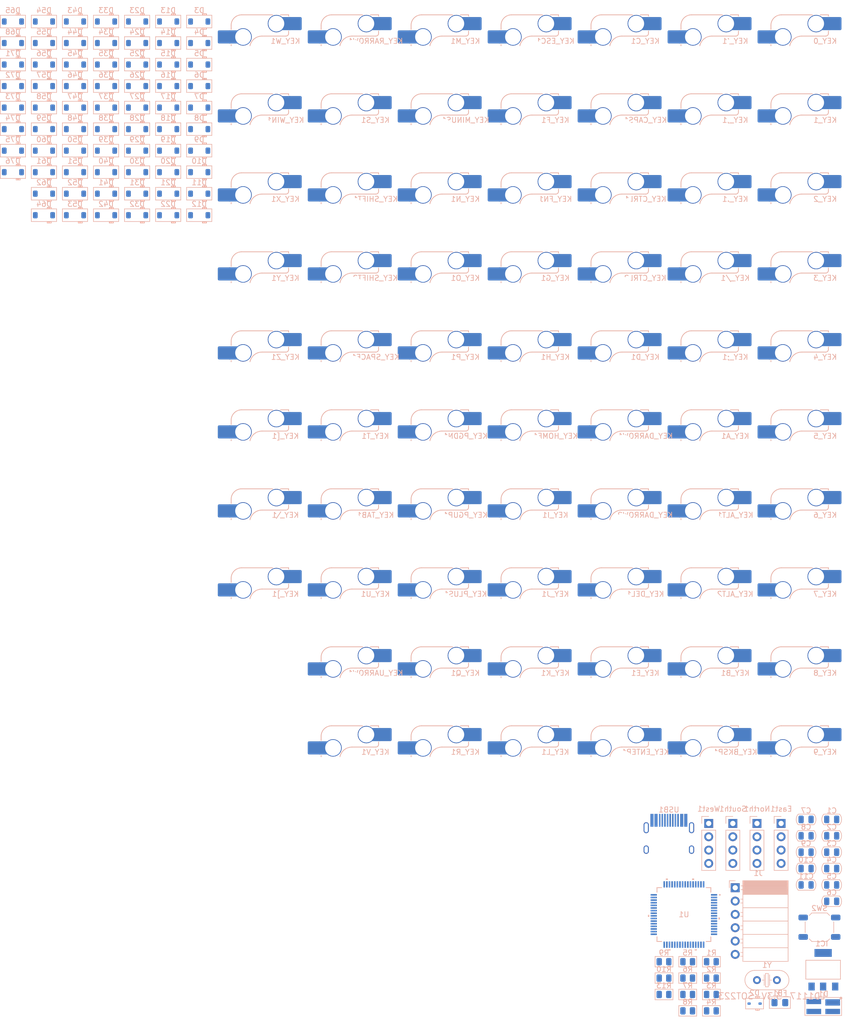
<source format=kicad_pcb>
(kicad_pcb (version 20241229) (generator "pcbnew") (generator_version "9.0")
  (layers (0 "F.Cu" signal) (4 "In1.Cu" signal) (6 "In2.Cu" signal) (2 "B.Cu" signal) (13 "F.Paste" user) (15 "B.Paste" user) (5 "F.SilkS" user "F.Silkscreen") (7 "B.SilkS" user "B.Silkscreen") (1 "F.Mask" user) (3 "B.Mask" user) (25 "Edge.Cuts" user))
  (net 0 "")
  (net 1 "GND")
  (net 2 "+3.3V")
  (net 3 "+5V")
  (net 4 "Net-(D3-A)")
  (net 5 "Net-(D4-A)")
  (net 6 "Net-(D5-A)")
  (net 7 "Net-(D6-A)")
  (net 8 "Net-(D7-A)")
  (net 9 "Net-(D8-A)")
  (net 10 "Net-(D9-A)")
  (net 11 "Net-(D10-A)")
  (net 12 "Net-(D11-A)")
  (net 13 "Net-(D12-A)")
  (net 14 "Net-(D13-A)")
  (net 15 "Net-(D14-A)")
  (net 16 "Net-(D15-A)")
  (net 17 "Net-(D16-A)")
  (net 18 "Net-(D17-A)")
  (net 19 "Net-(D18-A)")
  (net 20 "Net-(D19-A)")
  (net 21 "Net-(D20-A)")
  (net 22 "Net-(D21-A)")
  (net 23 "Net-(D22-A)")
  (net 24 "Net-(D23-A)")
  (net 25 "Net-(D29-A)")
  (net 26 "Net-(D30-A)")
  (net 27 "Net-(D31-A)")
  (net 28 "Net-(D32-A)")
  (net 29 "Net-(D33-A)")
  (net 30 "Net-(D24-A)")
  (net 31 "Net-(D25-A)")
  (net 32 "Net-(D26-A)")
  (net 33 "Net-(D27-A)")
  (net 34 "Net-(D28-A)")
  (net 35 "Net-(D34-A)")
  (net 36 "/COL2")
  (net 37 "/COL3")
  (net 38 "/COL4")
  (net 39 "/COL5")
  (net 40 "/COL1")
  (net 41 "/ROT_TIMB")
  (net 42 "/ROT_TIMA")
  (net 43 "Net-(U1-OSCIN)")
  (net 44 "Net-(U1-OSCOUT)")
  (net 45 "Net-(U1-VCAP)")
  (net 46 "/NRST")
  (net 47 "/D+")
  (net 48 "/D-")
  (net 49 "/ROW1")
  (net 50 "/ROW2")
  (net 51 "/ROW3")
  (net 52 "/ROW4")
  (net 53 "/ROW5")
  (net 54 "Net-(D35-A)")
  (net 55 "/ROT_SW")
  (net 56 "/UART_TX_EAST")
  (net 57 "/UART_RX_EAST")
  (net 58 "Net-(U1-VDDA)")
  (net 59 "/RGB_DATAIN")
  (net 60 "Net-(D36-A)")
  (net 61 "Net-(D37-A)")
  (net 62 "Net-(D38-A)")
  (net 63 "Net-(D39-A)")
  (net 64 "Net-(D40-A)")
  (net 65 "Net-(D41-A)")
  (net 66 "Net-(D42-A)")
  (net 67 "Net-(D43-A)")
  (net 68 "Net-(D44-A)")
  (net 69 "Net-(D45-A)")
  (net 70 "Net-(D46-A)")
  (net 71 "Net-(D47-A)")
  (net 72 "Net-(D48-A)")
  (net 73 "Net-(D50-A)")
  (net 74 "Net-(D51-A)")
  (net 75 "Net-(D52-A)")
  (net 76 "Net-(D53-A)")
  (net 77 "Net-(D54-A)")
  (net 78 "Net-(D55-A)")
  (net 79 "Net-(D56-A)")
  (net 80 "Net-(D57-A)")
  (net 81 "Net-(D58-A)")
  (net 82 "/UART_TX_NORTH")
  (net 83 "/UART_RX_NORTH")
  (net 84 "Net-(USB1-CC2)")
  (net 85 "Net-(USB1-CC1)")
  (net 86 "Net-(U1-PA11)")
  (net 87 "Net-(U1-PA12)")
  (net 88 "Net-(U1-BOOT)")
  (net 89 "/JTCLK")
  (net 90 "Net-(J1-Pin_2)")
  (net 91 "/JTMS")
  (net 92 "Net-(J1-Pin_4)")
  (net 93 "Net-(J1-Pin_5)")
  (net 94 "Net-(J1-Pin_6)")
  (net 95 "/SWO")
  (net 96 "/UART_TX_SOUTH")
  (net 97 "/UART_RX_SOUTH")
  (net 99 "AGND")
  (net 100 "Net-(D59-A)")
  (net 101 "/UART_TX_WEST")
  (net 104 "Net-(D60-A)")
  (net 105 "Net-(D61-A)")
  (net 106 "Net-(D62-A)")
  (net 109 "Net-(D64-A)")
  (net 111 "Net-(D65-A)")
  (net 112 "Net-(D68-A)")
  (net 113 "/UART_RX_WEST")
  (net 114 "Net-(D71-A)")
  (net 115 "Net-(D72-A)")
  (net 116 "Net-(D73-A)")
  (net 119 "Net-(D2-A)")
  (net 124 "Net-(D74-A)")
  (net 125 "Net-(D75-A)")
  (net 126 "Net-(D76-A)")
  (net 127 "/COL12")
  (net 128 "/COL9")
  (net 129 "/COL10")
  (net 130 "/COL11")
  (net 131 "/COL6")
  (net 132 "/COL7")
  (net 133 "/COL8")
  (net 134 "/COL14")
  (net 135 "/COL13")
  (net 136 "/COL15")
  (footprint "PCM_Resistor_SMD_AKL:R_0805_2012Metric" (layer "B.Cu") (at -40.389 193.232 180)
    (property "Reference" "R6")
    (property "Value" "22" (hide yes))
  )
  (footprint "PCM_marbastlib-mx:SW_MX_HS_CPG151101S11_1u" (layer "B.Cu") (at -18.438824 31.517 180)
    (property "Reference" "KEY_1")
    (property "Value" "MX_SW_HS")
  )
  (footprint "PCM_marbastlib-mx:SW_MX_HS_CPG151101S11_1u" (layer "B.Cu") (at -87.038824 76.667 180)
    (property "Reference" "KEY_P1")
    (property "Value" "MX_SW_HS")
  )
  (footprint "PCM_Diode_SMD_AKL:D_SOD-123" (layer "B.Cu") (at -151.269 23.292 180)
    (property "Reference" "D36")
    (property "Value" "1N4148W" (hide yes))
  )
  (footprint "PCM_Capacitor_SMD_AKL:C_0805_2012Metric" (layer "B.Cu") (at -17.821682 166.122 180)
    (property "Reference" "C8")
    (property "Value" "10uF" (hide yes))
  )
  (footprint "PCM_marbastlib-mx:SW_MX_HS_CPG151101S11_1u" (layer "B.Cu") (at -69.888824 91.717 180)
    (property "Reference" "KEY_HOME1")
    (property "Value" "MX_SW_HS")
  )
  (footprint "PCM_Diode_SMD_AKL:D_SOD-123" (layer "B.Cu") (at -163.109 15.092 180)
    (property "Reference" "D55")
    (property "Value" "1N4148W" (hide yes))
  )
  (footprint "PCM_marbastlib-mx:SW_MX_HS_CPG151101S11_1u" (layer "B.Cu") (at -35.588824 61.617 180)
    (property "Reference" "KEY_/1")
    (property "Value" "MX_SW_HS")
  )
  (footprint "PCM_Diode_SMD_AKL:D_SOD-123" (layer "B.Cu") (at -169.029 19.192 180)
    (property "Reference" "D71")
    (property "Value" "1N4148W" (hide yes))
  )
  (footprint "PCM_marbastlib-mx:SW_MX_HS_CPG151101S11_1u" (layer "B.Cu") (at -18.438824 16.467 180)
    (property "Reference" "KEY_0")
    (property "Value" "MX_SW_HS")
  )
  (footprint "PCM_marbastlib-mx:SW_MX_HS_CPG151101S11_1u" (layer "B.Cu") (at -87.038824 16.467 180)
    (property "Reference" "KEY_M1")
    (property "Value" "MX_SW_HS")
  )
  (footprint "PCM_Diode_SMD_AKL:D_SOD-123" (layer "B.Cu") (at -151.269 31.492 180)
    (property "Reference" "D38")
    (property "Value" "1N4148W" (hide yes))
  )
  (footprint "PCM_Diode_SMD_AKL:D_SOD-123" (layer "B.Cu") (at -139.429 47.892 180)
    (property "Reference" "D22")
    (property "Value" "1N4148W" (hide yes))
  )
  (footprint "PCM_marbastlib-mx:SW_MX_HS_CPG151101S11_1u" (layer "B.Cu") (at -104.188824 151.917 180)
    (property "Reference" "KEY_V1")
    (property "Value" "MX_SW_HS")
  )
  (footprint "PCM_marbastlib-mx:SW_MX_HS_CPG151101S11_1u" (layer "B.Cu") (at -69.888824 151.917 180)
    (property "Reference" "KEY_L1")
    (property "Value" "MX_SW_HS")
  )
  (footprint "PCM_Diode_SMD_AKL:D_SOD-123" (layer "B.Cu") (at -145.349 35.592 180)
    (property "Reference" "D29")
    (property "Value" "1N4148W" (hide yes))
  )
  (footprint "PCM_marbastlib-mx:SW_MX_HS_CPG151101S11_1u" (layer "B.Cu") (at -104.188824 121.817 180)
    (property "Reference" "KEY_U1")
    (property "Value" "MX_SW_HS")
  )
  (footprint "PCM_Resistor_SMD_AKL:R_0805_2012Metric" (layer "B.Cu") (at -44.909 196.352 180)
    (property "Reference" "R13")
    (property "Value" "DNP" (hide yes))
  )
  (footprint "PCM_marbastlib-mx:SW_MX_HS_CPG151101S11_1u" (layer "B.Cu") (at -104.188824 16.467 180)
    (property "Reference" "KEY_RARROW1")
    (property "Value" "MX_SW_HS")
  )
  (footprint "PCM_Diode_SMD_AKL:D_SOD-123" (layer "B.Cu") (at -139.429 31.492 180)
    (property "Reference" "D18")
    (property "Value" "1N4148W" (hide yes))
  )
  (footprint "PCM_Diode_SMD_AKL:D_SOD-123" (layer "B.Cu") (at -133.509 10.992 180)
    (property "Reference" "D3")
    (property "Value" "1N4148W" (hide yes))
  )
  (footprint "PCM_marbastlib-mx:SW_MX_HS_CPG151101S11_1u" (layer "B.Cu") (at -52.738824 46.567 180)
    (property "Reference" "KEY_CTRL1")
    (property "Value" "MX_SW_HS")
  )
  (footprint "PCM_Diode_SMD_AKL:D_SOD-123" (layer "B.Cu") (at -145.349 10.992 180)
    (property "Reference" "D23")
    (property "Value" "1N4148W" (hide yes))
  )
  (footprint "PCM_marbastlib-mx:SW_MX_HS_CPG151101S11_1u" (layer "B.Cu") (at -104.188824 76.667 180)
    (property "Reference" "KEY_SPACE1")
    (property "Value" "MX_SW_HS")
  )
  (footprint "PCM_marbastlib-mx:SW_MX_HS_CPG151101S11_1u" (layer "B.Cu") (at -52.738824 76.667 180)
    (property "Reference" "KEY_D1")
    (property "Value" "MX_SW_HS")
  )
  (footprint "PCM_Diode_SMD_AKL:D_SOD-123" (layer "B.Cu") (at -163.109 31.492 180)
    (property "Reference" "D59")
    (property "Value" "1N4148W" (hide yes))
  )
  (footprint "PCM_Diode_SMD_AKL:D_SOD-123" (layer "B.Cu") (at -169.029 10.992 180)
    (property "Reference" "D65")
    (property "Value" "1N4148W" (hide yes))
  )
  (footprint "Connector_PinSocket_2.54mm:PinSocket_1x04_P2.54mm_Vertical" (layer "B.Cu") (at -27.184 163.767 180)
    (property "Reference" "North1")
    (property "Value" "Conn_01x04")
  )
  (footprint "PCM_Resistor_SMD_AKL:R_0805_2012Metric" (layer "B.Cu") (at -40.389 190.112 180)
    (property "Reference" "R5")
    (property "Value" "10k" (hide yes))
  )
  (footprint "PCM_Resistor_SMD_AKL:R_0805_2012Metric" (layer "B.Cu") (at -44.909 193.232 180)
    (property "Reference" "R10")
    (property "Value" "DNP" (hide yes))
  )
  (footprint "Connector_PinSocket_2.54mm:PinSocket_1x04_P2.54mm_Vertical" (layer "B.Cu") (at -36.384 163.767 180)
    (property "Reference" "West1")
    (property "Value" "Conn_01x04")
  )
  (footprint "PCM_Diode_SMD_AKL:D_SOD-123" (layer "B.Cu") (at -151.269 39.692 180)
    (property "Reference" "D40")
    (property "Value" "1N4148W" (hide yes))
  )
  (footprint "PCM_marbastlib-mx:SW_MX_HS_CPG151101S11_1u" (layer "B.Cu") (at -121.338824 46.567 180)
    (property "Reference" "KEY_X1")
    (property "Value" "MX_SW_HS")
  )
  (footprint "PCM_Diode_SMD_AKL:D_SOD-123" (layer "B.Cu") (at -145.349 23.292 180)
    (property "Reference" "D26")
    (property "Value" "1N4148W" (hide yes))
  )
  (footprint "PCM_Diode_SMD_AKL:D_SOD-123" (layer "B.Cu") (at -163.109 43.792 180)
    (property "Reference" "D62")
    (property "Value" "1N4148W" (hide yes))
  )
  (footprint "PCM_Diode_SMD_AKL:D_SOD-123" (layer "B.Cu") (at -139.429 27.392 180)
    (property "Reference" "D17")
    (property "Value" "1N4148W" (hide yes))
  )
  (footprint "PCM_marbastlib-mx:SW_MX_HS_CPG151101S11_1u" (layer "B.Cu") (at -18.438824 46.567 180)
    (property "Reference" "KEY_2")
    (property "Value" "MX_SW_HS")
  )
  (footprint "PCM_Diode_SMD_AKL:D_SOD-123" (layer "B.Cu") (at -139.429 15.092 180)
    (property "Reference" "D14")
    (property "Value" "1N4148W" (hide yes))
  )
  (footprint "PCM_marbastlib-mx:SW_MX_HS_CPG151101S11_1u" (layer "B.Cu") (at -69.888824 76.667 180)
    (property "Reference" "KEY_H1")
    (property "Value" "MX_SW_HS")
  )
  (footprint "PCM_marbastlib-mx:SW_MX_HS_CPG151101S11_1u" (layer "B.Cu") (at -18.438824 136.867 180)
    (property "Reference" "KEY_8")
    (property "Value" "MX_SW_HS")
  )
  (footprint "PCM_marbastlib-mx:SW_MX_HS_CPG151101S11_1u" (layer "B.Cu") (at -18.438824 106.767 180)
    (property "Reference" "KEY_6")
    (property "Value" "MX_SW_HS")
  )
  (footprint "PCM_Diode_SMD_AKL:D_SOD-123" (layer "B.Cu") (at -151.269 47.892 180)
    (property "Reference" "D42")
    (property "Value" "1N4148W" (hide yes))
  )
  (footprint "PCM_marbastlib-mx:SW_MX_HS_CPG151101S11_1u" (layer "B.Cu") (at -69.888824 46.567 180)
    (property "Reference" "KEY_FN1")
    (property "Value" "MX_SW_HS")
  )
  (footprint "PCM_marbastlib-mx:SW_MX_HS_CPG151101S11_1u" (layer "B.Cu") (at -69.888824 16.467 180)
    (property "Reference" "KEY_ESC1")
    (property "Value" "MX_SW_HS")
  )
  (footprint "PCM_Diode_SMD_AKL:D_SOD-123" (layer "B.Cu") (at -151.269 10.992 180)
    (property "Reference" "D33")
    (property "Value" "1N4148W" (hide yes))
  )
  (footprint "PCM_marbastlib-mx:SW_MX_HS_CPG151101S11_1u" (layer "B.Cu") (at -18.438824 61.617 180)
    (property "Reference" "KEY_3")
    (property "Value" "MX_SW_HS")
  )
  (footprint "PCM_marbastlib-mx:SW_MX_HS_CPG151101S11_1u" (layer "B.Cu") (at -35.588824 91.717 180)
    (property "Reference" "KEY_A1")
    (property "Value" "MX_SW_HS")
  )
  (footprint "PCM_marbastlib-mx:SW_MX_HS_CPG151101S11_1u" (layer "B.Cu") (at -87.038824 61.617 180)
    (property "Reference" "KEY_O1")
    (property "Value" "MX_SW_HS")
  )
  (footprint "PCM_Diode_SMD_AKL:D_SOD-123" (layer "B.Cu") (at -151.269 19.192 180)
    (property "Reference" "D35")
    (property "Value" "1N4148W" (hide yes))
  )
  (footprint "PCM_marbastlib-mx:SW_MX_HS_CPG151101S11_1u" (layer "B.Cu") (at -52.738824 91.717 180)
    (property "Reference" "KEY_DARROW1")
    (property "Value" "MX_SW_HS")
  )
  (footprint "PCM_marbastlib-mx:SW_MX_HS_CPG151101S11_1u" (layer "B.Cu") (at -87.038824 46.567 180)
    (property "Reference" "KEY_N1")
    (property "Value" "MX_SW_HS")
  )
  (footprint "PCM_Diode_SMD_AKL:D_SOD-123" (layer "B.Cu") (at -169.029 23.292 180)
    (property "Reference" "D72")
    (property "Value" "1N4148W" (hide yes))
  )
  (footprint "PCM_Diode_SMD_AKL:D_SOD-123" (layer "B.Cu") (at -133.509 47.892 180)
    (property "Reference" "D12")
    (property "Value" "1N4148W" (hide yes))
  )
  (footprint "PCM_Diode_SMD_AKL:D_SOD-123" (layer "B.Cu") (at -157.189 15.092 180)
    (property "Reference" "D44")
    (property "Value" "1N4148W" (hide yes))
  )
  (footprint "PCM_Diode_SMD_AKL:D_SOD-123" (layer "B.Cu") (at -133.509 15.092 180)
    (property "Reference" "D4")
    (property "Value" "1N4148W" (hide yes))
  )
  (footprint "PCM_marbastlib-mx:SW_MX_HS_CPG151101S11_1u" (layer "B.Cu") (at -52.738824 121.817 180)
    (property "Reference" "KEY_DEL1")
    (property "Value" "MX_SW_HS")
  )
  (footprint "PCM_Resistor_SMD_AKL:R_0805_2012Metric" (layer "B.Cu") (at -35.869 196.352 180)
    (property "Reference" "R3")
    (property "Value" "22" (hide yes))
  )
  (footprint "PCM_marbastlib-mx:SW_MX_HS_CPG151101S11_1u" (layer "B.Cu") (at -104.188824 91.717 180)
    (property "Reference" "KEY_T1")
    (property "Value" "MX_SW_HS")
  )
  (footprint "PCM_marbastlib-mx:SW_MX_HS_CPG151101S11_1u" (layer "B.Cu") (at -18.438824 76.667 180)
    (property "Reference" "KEY_4")
    (property "Value" "MX_SW_HS")
  )
  (footprint "PCM_Diode_SMD_AKL:D_SOD-123" (layer "B.Cu") (at -151.269 35.592 180)
    (property "Reference" "D39")
    (property "Value" "1N4148W" (hide yes))
  )
  (footprint "PCM_Capacitor_SMD_AKL:C_0805_2012Metric" (layer "B.Cu") (at -12.939894 178.602 180)
    (property "Reference" "C6")
    (property "Value" "100nF" (hide yes))
  )
  (footprint "PCM_Resistor_SMD_AKL:R_0805_2012Metric" (layer "B.Cu") (at -40.389 196.352 180)
    (property "Reference" "R7")
    (property "Value" "22" (hide yes))
  )
  (footprint "PCM_Capacitor_SMD_AKL:C_0805_2012Metric" (layer "B.Cu") (at -12.939894 166.122 180)
    (property "Reference" "C2")
    (property "Value" "20pF" (hide yes))
  )
  (footprint "PCM_Diode_SMD_AKL:D_SOD-123" (layer "B.Cu") (at -139.429 35.592 180)
    (property "Reference" "D19")
    (property "Value" "1N4148W" (hide yes))
  )
  (footprint "PCM_Capacitor_SMD_AKL:C_0805_2012Metric" (layer "B.Cu") (at -17.821682 169.242 180)
    (property "Reference" "C9")
    (property "Value" "4.7uF" (hide yes))
  )
  (footprint "PCM_Diode_SMD_AKL:D_SOD-123" (layer "B.Cu") (at -157.189 31.492 180)
    (property "Reference" "D48")
    (property "Value" "1N4148W" (hide yes))
  )
  (footprint "PCM_Diode_SMD_AKL:D_SOD-123" (layer "B.Cu") (at -145.349 27.392 180)
    (property "Reference" "D27")
    (property "Value" "1N4148W" (hide yes))
  )
  (footprint "PCM_marbastlib-mx:SW_MX_HS_CPG151101S11_1u" (layer "B.Cu") (at -87.038824 136.867 180)
    (property "Reference" "KEY_Q1")
    (property "Value" "MX_SW_HS")
  )
  (footprint "PCM_marbastlib-mx:SW_MX_HS_CPG151101S11_1u" (layer "B.Cu") (at -104.188824 136.867 180)
    (property "Reference" "KEY_UARROW1")
    (property "Value" "MX_SW_HS")
  )
  (footprint "PCM_Diode_SMD_AKL:D_SOD-123" (layer "B.Cu") (at -151.269 43.792 180)
    (property "Reference" "D41")
    (property "Value" "1N4148W" (hide yes))
  )
  (footprint "PCM_Diode_SMD_AKL:D_SOD-123" (layer "B.Cu") (at -133.509 35.592 180)
    (property "Reference" "D9")
    (property "Value" "1N4148W" (hide yes))
  )
  (footprint "PCM_Diode_SMD_AKL:D_SOD-123" (layer "B.Cu") (at -133.509 19.192 180)
    (property "Reference" "D5")
    (property "Value" "1N4148W" (hide yes))
  )
  (footprint "PCM_Diode_SMD_AKL:D_SOD-123" (layer "B.Cu") (at -133.509 43.792 180)
    (property "Reference" "D11")
    (property "Value" "1N4148W" (hide yes))
  )
  (footprint "PCM_Diode_SMD_AKL:D_SOD-123" (layer "B.Cu") (at -163.109 35.592 180)
    (property "Reference" "D60")
    (property "Value" "1N4148W" (hide yes))
  )
  (footprint "PCM_Capacitor_SMD_AKL:C_0805_2012Metric" (layer "B.Cu") (at -12.939894 172.362 180)
    (property "Reference" "C4")
    (property "Value" "100nF" (hide yes))
  )
  (footprint "PCM_Diode_SMD_AKL:D_SOD-123" (layer "B.Cu") (at -163.109 10.992 180)
    (property "Reference" "D54")
    (property "Value" "1N4148W" (hide yes))
  )
  (footprint "Type-C.pretty-master:HRO-TYPE-C-31-M-12-HandSoldering" (layer "B.Cu") (at -43.979 171.362 180)
    (property "Reference" "USB1")
    (property "Value" "HRO-TYPE-C-31-M-12")
  )
  (footprint "PCM_Diode_SMD_AKL:D_SOD-123" (layer "B.Cu") (at -133.509 23.292 180)
    (property "Reference" "D6")
    (property "Value" "1N4148W" (hide yes))
  )
  (footprint "PCM_marbastlib-mx:SW_MX_HS_CPG151101S11_1u" (layer "B.Cu") (at -35.588824 106.767 180)
    (property "Reference" "KEY_ALT1")
    (property "Value" "MX_SW_HS")
  )
  (footprint "PCM_marbastlib-mx:SW_MX_HS_CPG151101S11_1u" (layer "B.Cu") (at -87.038824 151.917 180)
    (property "Reference" "KEY_R1")
    (property "Value" "MX_SW_HS")
  )
  (footprint "PCM_marbastlib-mx:SW_MX_HS_CPG151101S11_1u" (layer "B.Cu") (at -121.338824 91.717 180)
    (property "Reference" "KEY_[1")
    (property "Value" "MX_SW_HS")
  )
  (footprint "PCM_Diode_SMD_AKL:D_SOD-123" (layer "B.Cu") (at -169.029 35.592 180)
    (property "Reference" "D75")
    (property "Value" "1N4148W" (hide yes))
  )
  (footprint "PCM_marbastlib-mx:SW_MX_HS_CPG151101S11_1u" (layer "B.Cu") (at -69.888824 136.867 180)
    (property "Reference" "KEY_K1")
    (property "Value" "MX_SW_HS")
  )
  (footprint "PCM_marbastlib-mx:SW_MX_HS_CPG151101S11_1u" (layer "B.Cu") (at -104.188824 46.567 180)
    (property "Reference" "KEY_SHIFT1")
    (property "Value" "MX_SW_HS")
  )
  (footprint "PCM_marbastlib-various:SW_SPST_SKQG_WithStem" (layer "B.Cu") (at -15.274 183.537 180)
    (property "Reference" "SW2")
    (property "Value" "Push_Button")
  )
  (footprint "PCM_Diode_SMD_AKL:D_SOD-123" (layer "B.Cu") (at -163.109 27.392 180)
    (property "Reference" "D58")
    (property "Value" "1N4148W" (hide yes))
  )
  (footprint "PCM_Diode_SMD_AKL:D_SOD-123" (layer "B.Cu") (at -139.429 39.692 180)
    (property "Reference" "D20")
    (property "Value" "1N4148W" (hide yes))
  )
  (footprint "PCM_Diode_SMD_AKL:D_SOD-123" (layer "B.Cu") (at -139.429 19.192 180)
    (property "Reference" "D15")
    (property "Value" "1N4148W" (hide yes))
  )
  (footprint "PCM_marbastlib-mx:SW_MX_HS_CPG151101S11_1u" (layer "B.Cu") (at -104.188824 106.767 180)
    (property "Reference" "KEY_TAB1")
    (property "Value" "MX_SW_HS")
  )
  (footprint "PCM_Diode_SMD_AKL:D_SOD-323" (layer "B.Cu") (at -27.639 198.092 180)
    (property "Reference" "D2")
    (property "Value" "BAT60JFILM" (hide yes))
  )
  (footprint "PCM_Diode_SMD_AKL:D_SOD-123" (layer "B.Cu") (at -157.189 43.792 180)
    (property "Reference" "D52")
    (property "Value" "1N4148W" (hide yes))
  )
  (footprint "PCM_marbastlib-mx:SW_MX_HS_CPG151101S11_1u" (layer "B.Cu") (at -52.738824 136.867 180)
    (property "Reference" "KEY_E1")
    (property "Value" "MX_SW_HS")
  )
  (footprint "PCM_marbastlib-mx:SW_MX_HS_CPG151101S11_1u" (layer "B.Cu") (at -121.338824 31.517 180)
    (property "Reference" "KEY_WIN1")
    (property "Value" "MX_SW_HS")
  )
  (footprint "PCM_Diode_SMD_AKL:D_SOD-123" (layer "B.Cu") (at -157.189 47.892 180)
    (property "Reference" "D53")
    (property "Value" "1N4148W" (hide yes))
  )
  (footprint "PCM_marbastlib-mx:SW_MX_HS_CPG151101S11_1u" (layer "B.Cu") (at -35.588824 136.867 180)
    (property "Reference" "KEY_B1")
    (property "Value" "MX_SW_HS")
  )
  (footprint "PCM_Resistor_SMD_AKL:R_0805_2012Metric" (layer "B.Cu") (at -35.869 193.232 180)
    (property "Reference" "R2")
    (property "Value" "5.1k" (hide yes))
  )
  (footprint "PCM_marbastlib-mx:SW_MX_HS_CPG151101S11_1u" (layer "B.Cu") (at -52.738824 61.617 180)
    (property "Reference" "KEY_CTRL2")
    (property "Value" "MX_SW_HS")
  )
  (footprint "PCM_marbastlib-mx:SW_MX_HS_CPG151101S11_1u" (layer "B.Cu") (at -69.888824 61.617 180)
    (property "Reference" "KEY_G1")
    (property "Value" "MX_SW_HS")
  )
  (footprint "PCM_Capacitor_SMD_AKL:C_0805_2012Metric" (layer "B.Cu") (at -17.821682 172.362 180)
    (property "Reference" "C10")
    (property "Value" "1uF" (hide yes))
  )
  (footprint "PCM_marbastlib-mx:SW_MX_HS_CPG151101S11_1u" (layer "B.Cu") (at -104.188824 31.517 180)
    (property "Reference" "KEY_S1")
    (property "Value" "MX_SW_HS")
  )
  (footprint "PCM_Diode_SMD_AKL:D_SOD-123" (layer "B.Cu") (at -139.429 23.292 180)
    (property "Reference" "D16")
    (property "Value" "1N4148W" (hide yes))
  )
  (footprint "PCM_marbastlib-mx:SW_MX_HS_CPG151101S11_1u" (layer "B.Cu") (at -87.038824 91.717 180)
    (property "Reference" "KEY_PGDN1")
    (property "Value" "MX_SW_HS")
  )
  (footprint "PCM_Capacitor_SMD_AKL:C_0805_2012Metric" (layer "B.Cu") (at -17.821682 175.482 180)
    (property "Reference" "C11")
    (property "Value" "0.1uF" (hide yes))
  )
  (footprint "PCM_Diode_SMD_AKL:D_SOD-123" (layer "B.Cu") (at -157.189 19.192 180)
    (property "Reference" "D45")
    (property "Value" "1N4148W" (hide yes))
  )
  (footprint "PCM_marbastlib-mx:SW_MX_HS_CPG151101S11_1u" (layer "B.Cu") (at -52.738824 31.517 180)
    (property "Reference" "KEY_CAPS1")
    (property "Value" "MX_SW_HS")
  )
  (footprint "PCM_marbastlib-mx:SW_MX_HS_CPG151101S11_1u" (layer "B.Cu") (at -69.888824 31.517 180)
    (property "Reference" "KEY_F1")
    (property "Value" "MX_SW_HS")
  )
  (footprint "PCM_marbastlib-mx:SW_MX_HS_CPG151101S11_1u" (layer "B.Cu") (at -69.888824 106.767 180)
    (property "Reference" "KEY_I1")
    (property "Value" "MX_SW_HS")
  )
  (footprint "PCM_Diode_SMD_AKL:D_SOD-123" (layer "B.Cu") (at -157.189 39.692 180)
    (property "Reference" "D51")
    (property "Value" "1N4148W" (hide yes))
  )
  (footprint "PCM_Diode_SMD_AKL:D_SOD-123" (layer "B.Cu") (at -145.349 15.092 180)
    (property "Reference" "D24")
    (property "Value" "1N4148W" (hide yes))
  )
  (footprint "PCM_marbastlib-mx:SW_MX_HS_CPG151101S11_1u" (layer "B.Cu") (at -121.338824 106.767 180)
    (property "Reference" "KEY_\\1")
    (property "Value" "MX_SW_HS")
  )
  (footprint "PCM_Diode_SMD_AKL:D_SOD-123" (layer "B.Cu") (at -163.109 47.892 180)
    (property "Reference" "D64")
    (property "Value" "1N4148W" (hide yes))
  )
  (footprint "PCM_Diode_SMD_AKL:D_SOD-123" (layer "B.Cu") (at -157.189 35.592 180)
    (property "Reference" "D50")
    (property "Value" "1N4148W" (hide yes))
  )
  (footprint "PCM_Resistor_SMD_AKL:R_0805_2012Metric" (layer "B.Cu") (at -44.909 190.112 180)
    (property "Reference" "R9")
    (property "Value" "22" (hide yes))
  )
  (footprint "PCM_Diode_SMD_AKL:D_SOD-123" (layer "B.Cu") (at -145.349 43.792 180)
    (property "Reference" "D31")
    (property "Value" "1N4148W" (hide yes))
  )
  (footprint "PCM_Fuse_AKL:Fuse_0805_2012Metric_Pad1.15x1.40mm_BigPads" (layer "B.Cu") (at -22.819 197.902 180)
    (property "Reference" "FB1")
    (property "Value" "Ferrite_Bead" (hide yes))
  )
  (footprint "PCM_marbastlib-mx:SW_MX_HS_CPG151101S11_1u" (layer "B.Cu") (at -35.588824 151.917 180)
    (property "Reference" "KEY_BKSP1")
    (property "Value" "MX_SW_HS")
  )
  (footprint "PCM_Diode_SMD_AKL:D_SOD-123" (layer "B.Cu") (at -145.349 19.192 180)
    (property "Reference" "D25")
    (property "Value" "1N4148W" (hide yes))
  )
  (footprint "PCM_marbastlib-mx:SW_MX_HS_CPG151101S11_1u" (layer "B.Cu") (at -87.038824 31.517 180)
    (property "Reference" "KEY_MINUS1")
    (property "Value" "MX_SW_HS")
  )
  (footprint "PCM_Diode_SMD_AKL:D_SOD-123" (layer "B.Cu") (at -169.029 15.092 180)
    (property "Reference" "D68")
    (property "Value" "1N4148W" (hide yes))
  )
  (footprint "PCM_marbastlib-mx:SW_MX_HS_CPG151101S11_1u" (layer "B.Cu") (at -35.588824 31.517 180)
    (property "Reference" "KEY_,1")
    (property "Value" "MX_SW_HS")
  )
  (footprint "PCM_Diode_SMD_AKL:D_SOD-123" (layer "B.Cu") (at -157.189 27.392 180)
    (property "Reference" "D47")
    (property "Value" "1N4148W" (hide yes))
  )
  (footprint "PCM_marbastlib-mx:SW_MX_HS_CPG151101S11_1u" (layer "B.Cu") (at -35.588824 76.667 180)
    (property "Reference" "KEY_;1")
    (property "Value" "MX_SW_HS")
  )
  (footprint "PCM_marbastlib-mx:SW_MX_HS_CPG151101S11_1u" (layer "B.Cu") (at -121.338824 61.617 180)
    (property "Reference" "KEY_Y1")
    (property "Value" "MX_SW_HS")
  )
  (footprint "PCM_Diode_SMD_AKL:D_SOD-123" (layer "B.Cu") (at -157.189 23.292 180)
    (property "Reference" "D46")
    (property "Value" "1N4148W" (hide yes))
  )
  (footprint "PCM_Package_TO_SOT_SMD_AKL:SOT-143_Handsoldering" (layer "B.Cu") (at -14.5515 198.637 180)
    (property "Reference" "D1")
    (property "Value" "PRTR5V0U2X")
  )
  (footprint "PCM_Diode_SMD_AKL:D_SOD-123" (layer "B.Cu") (at -151.269 15.092 180)
    (property "Reference" "D34")
    (property "Value" "1N4148W" (hide yes))
  )
  (footprint "Connector_PinSocket_2.54mm:PinSocket_1x06_P2.54mm_Horizontal" (layer "B.Cu") (at -31.334 176.017 180)
    (property "Reference" "J1")
    (property "Value" "Conn_01x06")
  )
  (footprint "PCM_marbastlib-mx:SW_MX_HS_CPG151101S11_1u" (layer "B.Cu") (at -87.038824 121.817 180)
    (property "Reference" "KEY_PLUS1")
    (property "Value" "MX_SW_HS")
  )
  (footprint "Connector_PinSocket_2.54mm:PinSocket_1x04_P2.54mm_Vertical" (layer "B.Cu") (at -22.584 163.767 180)
    (property "Reference" "East1")
    (property "Value" "Conn_01x04")
  )
  (footprint "PCM_marbastlib-mx:SW_MX_HS_CPG151101S11_1u" (layer "B.Cu") (at -52.738824 16.467 180)
    (property "Reference" "KEY_C1")
    (property "Value" "MX_SW_HS")
  )
  (footprint "PCM_marbastlib-mx:SW_MX_HS_CPG151101S11_1u" (layer "B.Cu") (at -18.438824 121.817 180)
    (property "Reference" "KEY_7")
    (property "Value" "MX_SW_HS")
  )
  (footprint "PCM_Diode_SMD_AKL:D_SOD-123" (layer "B.Cu") (at -145.349 39.692 180)
    (property "Reference" "D30")
    (property "Value" "1N4148W" (hide yes))
  )
  (footprint "PCM_Resistor_SMD_AKL:R_0805_2012Metric" (layer "B.Cu") (at -35.869 199.472 180)
    (property "Reference" "R4")
    (property "Value" "22" (hide yes))
  )
  (footprint "PCM_marbastlib-mx:SW_MX_HS_CPG151101S11_1u" (layer "B.Cu") (at -121.338824 76.667 180)
    (property "Reference" "KEY_Z1")
    (property "Value" "MX_SW_HS")
  )
  (footprint "PCM_Diode_SMD_AKL:D_SOD-123" (layer "B.Cu") (at -151.269 27.392 180)
    (property "Reference" "D37")
    (property "Value" "1N4148W" (hide yes))
  )
  (footprint "PCM_Diode_SMD_AKL:D_SOD-123" (layer "B.Cu") (at -139.429 43.792 180)
    (property "Reference" "D21")
    (property "Value" "1N4148W" (hide yes))
  )
  (footprint "PCM_marbastlib-mx:SW_MX_HS_CPG151101S11_1u" (layer "B.Cu") (at -18.438824 91.717 180)
    (property "Reference" "KEY_5")
    (property "Value" "MX_SW_HS")
  )
  (footprint "PCM_Diode_SMD_AKL:D_SOD-123" (layer "B.Cu") (at -157.189 10.992 180)
    (property "Reference" "D43")
    (property "Value" "1N4148W" (hide yes))
  )
  (footprint "footprints:LQFP64-10x10mm" (layer "B.Cu") (at -41.1123 181.1231 180)
    (property "Reference" "U1")
    (property "Value" "~")
  )
  (footprint "PCM_Diode_SMD_AKL:D_SOD-123" (layer "B.Cu") (at -139.429 10.992 180)
    (property "Reference" "D13")
    (property "Value" "1N4148W" (hide yes))
  )
  (footprint "PCM_Capacitor_SMD_AKL:C_0805_2012Metric" (layer "B.Cu") (at -12.939894 175.482 180)
    (property "Reference" "C5")
    (property "Value" "100nF" (hide yes))
  )
  (footprint "PCM_Capacitor_SMD_AKL:C_0805_2012Metric" (layer "B.Cu") (at -17.821682 163.002 180)
    (property "Reference" "C7")
    (property "Value" "1uF" (hide yes))
  )
  (footprint "PCM_marbastlib-mx:SW_MX_HS_CPG151101S11_1u" (layer "B.Cu") (at -35.588824 16.467 180)
    (property "Reference" "KEY_'1")
    (property "Value" "MX_SW_HS")
  )
  (footprint "PCM_Diode_SMD_AKL:D_SOD-123" (layer "B.Cu") (at -169.029 31.492 180)
    (property "Reference" "D74")
    (property "Value" "1N4148W" (hide yes))
  )
  (footprint "PCM_marbastlib-mx:SW_MX_HS_CPG151101S11_1u" (layer "B.Cu") (at -35.588824 121.817 180)
    (property "Reference" "KEY_ALT2")
    (property "Value" "MX_SW_HS")
  )
  (footprint "PCM_marbastlib-mx:SW_MX_HS_CPG151101S11_1u" (layer "B.Cu") (at -69.888824 121.817 180)
    (property "Reference" "KEY_J1")
    (property "Value" "MX_SW_HS")
  )
  (footprint "PCM_marbastlib-mx:SW_MX_HS_CPG151101S11_1u" (layer "B.Cu") (at -18.438824 151.917 180)
    (property "Reference" "KEY_9")
    (property "Value" "MX_SW_HS")
  )
  (footprint "Connector_PinSocket_2.54mm:PinSocket_1x04_P2.54mm_Vertical" (layer "B.Cu") (at -31.784 163.767 180)
    (property "Reference" "South1")
    (property "Value" "Conn_01x04")
  )
  (footprint "PCM_Crystal_AKL:Crystal_HC52-U_Vertical" (layer "B.Cu") (at -23.384 193.617 180)
    (property "Reference" "Y1")
    (property "Value" "8MHz" (hide yes))
  )
  (footprint "PCM_marbastlib-mx:SW_MX_HS_CPG151101S11_1u" (layer "B.Cu") (at -121.338824 121.817 180)
    (property "Reference" "KEY_]1")
    (property "Value" "MX_SW_HS")
  )
  (footprint "PCM_marbastlib-mx:SW_MX_HS_CPG151101S11_1u" (layer "B.Cu") (at -104.188824 61.617 180)
    (property "Reference" "KEY_SHIFT2")
    (property "Value" "MX_SW_HS")
  )
  (footprint "PCM_Diode_SMD_AKL:D_SOD-123" (layer "B.Cu") (at -169.029 39.692 180)
    (property "Reference" "D76")
    (property "Value" "1N4148W" (hide yes))
  )
  (footprint "PCM_marbastlib-mx:SW_MX_HS_CPG151101S11_1u" (layer "B.Cu") (at -52.738824 106.767 180)
    (property "Reference" "KEY_DARROW2")
    (property "Value" "MX_SW_HS")
  )
  (footprint "PCM_Resistor_SMD_AKL:R_0805_2012Metric" (layer "B.Cu") (at -35.869 190.112 180)
    (property "Reference" "R1")
    (property "Value" "5.1k" (hide yes))
  )
  (footprint "PCM_Diode_SMD_AKL:D_SOD-123" (layer "B.Cu") (at -133.509 27.392 180)
    (property "Reference" "D7")
    (property "Value" "1N4148W" (hide yes))
  )
  (footprint "PCM_Diode_SMD_AKL:D_SOD-123" (layer "B.Cu") (at -145.349 31.492 180)
    (property "Reference" "D28")
    (property "Value" "1N4148W" (hide yes))
  )
  (footprint "PCM_Diode_SMD_AKL:D_SOD-123" (layer "B.Cu") (at -145.349 47.892 180)
    (property "Reference" "D32")
    (property "Value" "1N4148W" (hide yes))
  )
  (footprint "PCM_Diode_SMD_AKL:D_SOD-123" (layer "B.Cu") (at -163.109 23.292 180)
    (property "Reference" "D57")
    (property "Value" "1N4148W" (hide yes))
  )
  (footprint "PCM_Capacitor_SMD_AKL:C_0805_2012Metric" (layer "B.Cu") (at -12.939894 163.002 180)
    (property "Reference" "C1")
    (property "Value" "20pF" (hide yes))
  )
  (footprint "PCM_Resistor_SMD_AKL:R_0805_2012Metric" (layer "B.Cu") (at -40.389 199.472 180)
    (property "Reference" "R8")
    (property "Value" "22" (hide yes))
  )
  (footprint "PCM_marbastlib-mx:SW_MX_HS_CPG151101S11_1u" (layer "B.Cu") (at -52.738824 151.917 180)
    (property "Reference" "KEY_ENTER1")
    (property "Value" "MX_SW_HS")
  )
  (footprint "PCM_Diode_SMD_AKL:D_SOD-123" (layer "B.Cu") (at -133.509 39.692 180)
    (property "Reference" "D10")
    (property "Value" "1N4148W" (hide yes))
  )
  (footprint "PCM_Diode_SMD_AKL:D_SOD-123" (layer "B.Cu") (at -133.509 31.492 180)
    (property "Reference" "D8")
    (property "Value" "1N4148W" (hide yes))
  )
  (footprint "PCM_Diode_SMD_AKL:D_SOD-123" (layer "B.Cu") (at -163.109 19.192 180)
    (property "Reference" "D56")
    (property "Value" "1N4148W" (hide yes))
  )
  (footprint "PCM_Diode_SMD_AKL:D_SOD-123" (layer "B.Cu") (at -163.109 39.692 180)
    (property "Reference" "D61")
    (property "Value" "1N4148W" (hide yes))
  )
  (footprint "PCM_4ms_Package_SOT:SOT223" (layer "B.Cu") (at -14.574 191.637 180)
    (property "Reference" "IC1")
    (property "Value" "LD1117-3.3V-SOT223")
  )
  (footprint "PCM_marbastlib-mx:SW_MX_HS_CPG151101S11_1u" (layer "B.Cu") (at -87.038824 106.767 180)
    (property "Reference" "KEY_PGUP1")
    (property "Value" "MX_SW_HS")
  )
  (footprint "PCM_Capacitor_SMD_AKL:C_0805_2012Metric" (layer "B.Cu") (at -12.939894 169.242 180)
    (property "Reference" "C3")
    (property "Value" "100nF" (hide yes))
  )
  (footprint "PCM_Diode_SMD_AKL:D_SOD-123" (layer "B.Cu") (at -169.029 27.392 180)
    (property "Reference" "D73")
    (property "Value" "1N4148W" (hide yes))
  )
  (footprint "PCM_marbastlib-mx:SW_MX_HS_CPG151101S11_1u" (layer "B.Cu") (at -35.588824 46.567 180)
    (property "Reference" "KEY_.1")
    (property "Value" "MX_SW_HS")
  )
  (footprint "PCM_marbastlib-mx:SW_MX_HS_CPG151101S11_1u" (layer "B.Cu") (at -121.338824 16.467 180)
    (property "Reference" "KEY_W1")
    (property "Value" "MX_SW_HS")
  )
)
</source>
